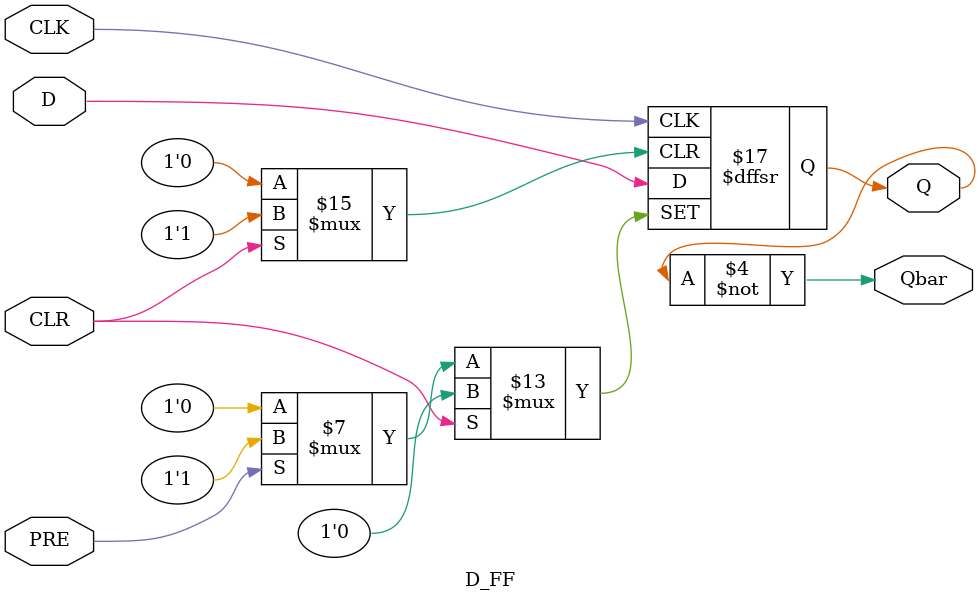
<source format=v>
module D_FF(

  

                    D,
                    
                    PRE,
                    
                    CLR,
                    
                    CLK,
                    
                    Q,
                    
                    Qbar);


input  D;

input PRE;

input CLR;

input  CLK;

output reg Q;

output wire Qbar;


  always@(posedge CLK or posedge PRE or posedge CLR)

    begin
       
      if(PRE==1)
        
            begin
            
                Q<=1;
                
            end    
         
      else if(CLR==1)
        
            begin
            
                Q<=0;   
            end
         
          else
          
            begin 
            
                Q<=D;
                
            end
       
    end
    
    assign Qbar=~Q;
    
endmodule

</source>
